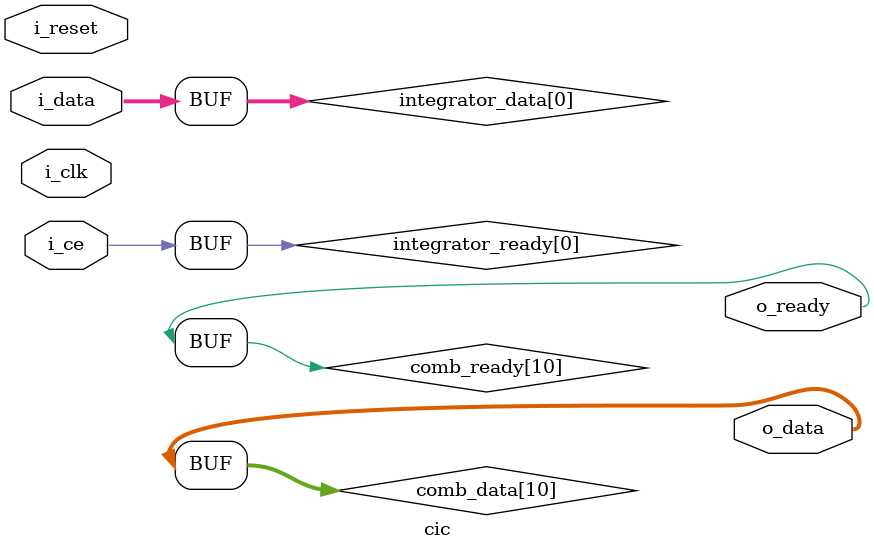
<source format=sv>
module cic#(
    parameter int IW = 10,
    parameter int OW = 10,
    parameter int R = 100,
    parameter int M = 10
)(
    input logic i_clk,
    input logic i_reset,
    input logic i_ce,
    input logic signed [IW-1:0] i_data,

    output logic signed [OW-1:0] o_data,
    output logic o_ready

);

    //-----------------------------
    //
    //  INTEGRATOR
    //
    //-----------------------------
    logic signed[OW-1:0] integrator_data[M+1];
    logic integrator_ready[M+1];
    assign integrator_data[0] = {{(OW-IW){i_data[IW-1]}}, i_data};
    assign integrator_ready[0] = i_ce;

    genvar i;
    generate
        for(i = 1; i < M; i++) begin : gen_integrator
            integrator#(
                .IW(IW),
                .OW(OW) )
            integrator_inst(
                .i_clk(i_clk),
                .i_reset(i_reset),
                .i_ce(integrator_ready[i-1]),
                .i_data(integrator_data[i-1]),

                .o_data(integrator_data[i]),
                .o_ready(integrator_ready[i])
            );
        end
    endgenerate

    //-----------------------------
    //
    //  DECIMATOR
    //
    //-----------------------------
    logic decimator_ready;
    logic [OW-1:0] decimator_data;

    decimator#(
        .W(OW),
        .R(R))
    decimator_inst(
        .i_clk(i_clk),
        .i_reset(i_reset),
        .i_ce(i_ce),
        .i_data(integrator_data[M]),

        .o_data(decimator_data),
        .o_ready(decimator_ready)
    );

    //-----------------------------
    //
    //  COMB
    //
    //-----------------------------
     logic signed[OW-1:0] comb_data[M+1];
     logic comb_ready[M+1];
     assign comb_data[0] = decimator_data;
     assign comb_ready[0] = decimator_ready;

     genvar j;
     generate
         for(j = 1; j < M; j++) begin : gen_combo
              comb#(
                  .IW(OW),
                  .OW(OW),
                  .N(1)
              )comb_inst(
                  .i_clk(i_clk),
                  .i_reset(i_reset),
                  .i_ce(comb_ready[j-1]),
                  .i_data(comb_data[j-1]),

                  .o_data(comb_data[j]),
                  .o_ready(comb_ready[j])
              );
         end
     endgenerate

    assign o_data = comb_data[M];
    assign o_ready = comb_ready[M];

    //-----------------------------
    // For simulation only
    //-----------------------------
    initial begin
        $dumpfile("cic_waves.vcd");
        $dumpvars(0, cic);
    end

endmodule
</source>
